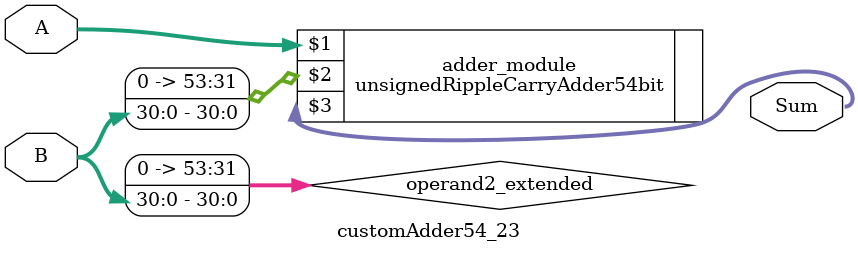
<source format=v>
module customAdder54_23(
                        input [53 : 0] A,
                        input [30 : 0] B,
                        
                        output [54 : 0] Sum
                );

        wire [53 : 0] operand2_extended;
        
        assign operand2_extended =  {23'b0, B};
        
        unsignedRippleCarryAdder54bit adder_module(
            A,
            operand2_extended,
            Sum
        );
        
        endmodule
        
</source>
